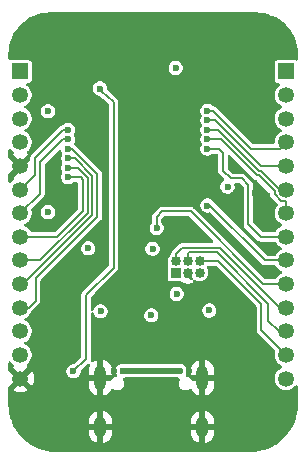
<source format=gbr>
%TF.GenerationSoftware,KiCad,Pcbnew,9.0.4*%
%TF.CreationDate,2025-12-08T21:07:13-08:00*%
%TF.ProjectId,ATmega32u4_Dev,41546d65-6761-4333-9275-345f4465762e,rev?*%
%TF.SameCoordinates,Original*%
%TF.FileFunction,Copper,L4,Bot*%
%TF.FilePolarity,Positive*%
%FSLAX46Y46*%
G04 Gerber Fmt 4.6, Leading zero omitted, Abs format (unit mm)*
G04 Created by KiCad (PCBNEW 9.0.4) date 2025-12-08 21:07:13*
%MOMM*%
%LPD*%
G01*
G04 APERTURE LIST*
%TA.AperFunction,ComponentPad*%
%ADD10R,1.350000X1.350000*%
%TD*%
%TA.AperFunction,ComponentPad*%
%ADD11C,1.350000*%
%TD*%
%TA.AperFunction,ComponentPad*%
%ADD12R,0.850000X0.850000*%
%TD*%
%TA.AperFunction,ComponentPad*%
%ADD13C,0.850000*%
%TD*%
%TA.AperFunction,ComponentPad*%
%ADD14O,1.000000X2.100000*%
%TD*%
%TA.AperFunction,ComponentPad*%
%ADD15O,1.000000X1.800000*%
%TD*%
%TA.AperFunction,ViaPad*%
%ADD16C,0.600000*%
%TD*%
%TA.AperFunction,Conductor*%
%ADD17C,0.500000*%
%TD*%
%TA.AperFunction,Conductor*%
%ADD18C,0.200000*%
%TD*%
G04 APERTURE END LIST*
D10*
%TO.P,J3,1,Pin_1*%
%TO.N,/PD7*%
X170250000Y-85450000D03*
D11*
%TO.P,J3,2,Pin_2*%
%TO.N,/PD6*%
X170250000Y-87450000D03*
%TO.P,J3,3,Pin_3*%
%TO.N,/PD4*%
X170250000Y-89450000D03*
%TO.P,J3,4,Pin_4*%
%TO.N,/PD5*%
X170250000Y-91450000D03*
%TO.P,J3,5,Pin_5*%
%TO.N,/PD3*%
X170250000Y-93450000D03*
%TO.P,J3,6,Pin_6*%
%TO.N,/PD2*%
X170250000Y-95450000D03*
%TO.P,J3,7,Pin_7*%
%TO.N,/PD1*%
X170250000Y-97450000D03*
%TO.P,J3,8,Pin_8*%
%TO.N,/PD0*%
X170250000Y-99450000D03*
%TO.P,J3,9,Pin_9*%
%TO.N,/PB7*%
X170250000Y-101450000D03*
%TO.P,J3,10,Pin_10*%
%TO.N,/PB0*%
X170250000Y-103450000D03*
%TO.P,J3,11,Pin_11*%
%TO.N,SCL*%
X170250000Y-105450000D03*
%TO.P,J3,12,Pin_12*%
%TO.N,MOSI*%
X170250000Y-107450000D03*
%TO.P,J3,13,Pin_13*%
%TO.N,MISO*%
X170250000Y-109450000D03*
%TO.P,J3,14,Pin_14*%
%TO.N,Reset*%
X170250000Y-111450000D03*
%TD*%
D12*
%TO.P,J2,1,Pin_1*%
%TO.N,MCU_5V*%
X160950000Y-102500000D03*
D13*
%TO.P,J2,2,Pin_2*%
%TO.N,SCL*%
X160950000Y-101500000D03*
%TO.P,J2,3,Pin_3*%
%TO.N,GND*%
X161950000Y-102500000D03*
%TO.P,J2,4,Pin_4*%
%TO.N,MOSI*%
X161950000Y-101500000D03*
%TO.P,J2,5,Pin_5*%
%TO.N,Reset*%
X162950000Y-102500000D03*
%TO.P,J2,6,Pin_6*%
%TO.N,MISO*%
X162950000Y-101500000D03*
%TD*%
D14*
%TO.P,J1,SH1,SHELL_GND*%
%TO.N,GND*%
X154530000Y-111370000D03*
%TO.P,J1,SH2,SHELL_GND*%
X163170000Y-111370000D03*
D15*
%TO.P,J1,SH3,SHELL_GND*%
X154530000Y-115550000D03*
%TO.P,J1,SH4,SHELL_GND*%
X163170000Y-115550000D03*
%TD*%
D10*
%TO.P,J4,1,Pin_1*%
%TO.N,/PB4*%
X147750000Y-85450000D03*
D11*
%TO.P,J4,2,Pin_2*%
%TO.N,/PB5*%
X147750000Y-87450000D03*
%TO.P,J4,3,Pin_3*%
%TO.N,/PB6*%
X147750000Y-89450000D03*
%TO.P,J4,4,Pin_4*%
%TO.N,/PC6*%
X147750000Y-91450000D03*
%TO.P,J4,5,Pin_5*%
%TO.N,GND*%
X147750000Y-93450000D03*
%TO.P,J4,6,Pin_6*%
%TO.N,/PF7*%
X147750000Y-95450000D03*
%TO.P,J4,7,Pin_7*%
%TO.N,/PF6*%
X147750000Y-97450000D03*
%TO.P,J4,8,Pin_8*%
%TO.N,/PF0*%
X147750000Y-99450000D03*
%TO.P,J4,9,Pin_9*%
%TO.N,/PF1*%
X147750000Y-101450000D03*
%TO.P,J4,10,Pin_10*%
%TO.N,/PF4*%
X147750000Y-103450000D03*
%TO.P,J4,11,Pin_11*%
%TO.N,/PF5*%
X147750000Y-105450000D03*
%TO.P,J4,12,Pin_12*%
%TO.N,/PE6*%
X147750000Y-107450000D03*
%TO.P,J4,13,Pin_13*%
%TO.N,MCU_5V*%
X147750000Y-109450000D03*
%TO.P,J4,14,Pin_14*%
%TO.N,GND*%
X147750000Y-111450000D03*
%TD*%
D16*
%TO.N,GND*%
X148450000Y-82050000D03*
X156900000Y-98700000D03*
X161850000Y-85150000D03*
X152680000Y-85150000D03*
X151800000Y-89600000D03*
X151800000Y-96000000D03*
X161950000Y-104300000D03*
X155000000Y-107550000D03*
X166250000Y-95200000D03*
X154225000Y-83700000D03*
X167450000Y-83100000D03*
X155650000Y-110795000D03*
X153500000Y-101380000D03*
X150100000Y-98310000D03*
X158850000Y-108650000D03*
X167675000Y-91050000D03*
X150400000Y-83100000D03*
X167200000Y-89500000D03*
X162725000Y-83375000D03*
X157750000Y-81325000D03*
X162750000Y-108662500D03*
X155950000Y-106940000D03*
X157950000Y-101430000D03*
X151650000Y-109400000D03*
X151200000Y-113837500D03*
X162050000Y-110795000D03*
X150100000Y-96200000D03*
X161700000Y-86900000D03*
X163600000Y-94400000D03*
X167650000Y-95750000D03*
X150100000Y-89780000D03*
X158950000Y-101430000D03*
X165925000Y-93350000D03*
X161200000Y-107040000D03*
X169575000Y-82075000D03*
X166325000Y-107975000D03*
%TO.N,MCU_5V*%
X158850000Y-106100000D03*
X150100000Y-88820000D03*
X158950000Y-100470000D03*
X160900000Y-85160000D03*
X153500000Y-100420000D03*
X160990000Y-104300000D03*
X150100000Y-97350000D03*
X163750000Y-105687500D03*
X165300000Y-95200000D03*
X154550000Y-105765000D03*
%TO.N,/VBUS*%
X156450000Y-110795000D03*
X161250000Y-110795000D03*
%TO.N,/PD2*%
X163600000Y-90400000D03*
%TO.N,/PB7*%
X163600000Y-96800000D03*
%TO.N,/PD0*%
X163600000Y-92000000D03*
%TO.N,/PB0*%
X159300000Y-98700000D03*
%TO.N,/PD3*%
X163600000Y-89600000D03*
%TO.N,/PC7*%
X154500000Y-86900000D03*
X152250000Y-110837500D03*
%TO.N,/PD1*%
X163600000Y-91200000D03*
%TO.N,/PF4*%
X151800000Y-92800000D03*
%TO.N,/PF5*%
X151800000Y-92000000D03*
%TO.N,/PD5*%
X163600000Y-88800000D03*
%TO.N,/PF7*%
X151800000Y-90400000D03*
%TO.N,/PF6*%
X151800000Y-91200000D03*
%TO.N,/PF1*%
X151800000Y-93600000D03*
%TO.N,/PF0*%
X151800000Y-94400000D03*
%TD*%
D17*
%TO.N,GND*%
X162150000Y-104300000D02*
X162000000Y-104150000D01*
X162040000Y-104190000D02*
X162000000Y-104150000D01*
%TO.N,/VBUS*%
X156450000Y-110795000D02*
X161250000Y-110795000D01*
D18*
%TO.N,SCL*%
X160950000Y-101500000D02*
X160950000Y-100898960D01*
X169750000Y-105450000D02*
X170250000Y-105450000D01*
X161475960Y-100373000D02*
X164673000Y-100373000D01*
X160950000Y-100898960D02*
X161475960Y-100373000D01*
X164673000Y-100373000D02*
X169750000Y-105450000D01*
%TO.N,MOSI*%
X168750000Y-106550000D02*
X169650000Y-107450000D01*
X164374000Y-100774000D02*
X168750000Y-105150000D01*
X169650000Y-107450000D02*
X170250000Y-107450000D01*
X161950000Y-100898960D02*
X162074960Y-100774000D01*
X168750000Y-105150000D02*
X168750000Y-106550000D01*
X162074960Y-100774000D02*
X164374000Y-100774000D01*
X161950000Y-101500000D02*
X161950000Y-100898960D01*
%TO.N,/PD2*%
X167933900Y-93851000D02*
X168101000Y-93851000D01*
X168101000Y-93851000D02*
X169700000Y-95450000D01*
X163600000Y-90400000D02*
X164482900Y-90400000D01*
X164482900Y-90400000D02*
X167933900Y-93851000D01*
X169700000Y-95450000D02*
X170250000Y-95450000D01*
%TO.N,/PB7*%
X168475000Y-101450000D02*
X170250000Y-101450000D01*
X163600000Y-96800000D02*
X163825000Y-96800000D01*
X163825000Y-96800000D02*
X168475000Y-101450000D01*
%TO.N,/PD0*%
X163600000Y-92000000D02*
X164550000Y-92000000D01*
X164900000Y-93850000D02*
X165550000Y-94500000D01*
X166525000Y-94500000D02*
X167050000Y-95025000D01*
X168150000Y-99450000D02*
X170250000Y-99450000D01*
X164900000Y-92350000D02*
X164900000Y-93850000D01*
X167050000Y-95025000D02*
X167050000Y-98350000D01*
X164550000Y-92000000D02*
X164900000Y-92350000D01*
X167050000Y-98350000D02*
X168150000Y-99450000D01*
X165550000Y-94500000D02*
X166525000Y-94500000D01*
%TO.N,/PB0*%
X159300000Y-98700000D02*
X159300000Y-97750000D01*
X159300000Y-97750000D02*
X159750000Y-97300000D01*
X168317100Y-103450000D02*
X170250000Y-103450000D01*
X162167100Y-97300000D02*
X168317100Y-103450000D01*
X159750000Y-97300000D02*
X162167100Y-97300000D01*
%TO.N,/PD3*%
X168100000Y-93450000D02*
X170250000Y-93450000D01*
X164250000Y-89600000D02*
X168100000Y-93450000D01*
X163600000Y-89600000D02*
X164250000Y-89600000D01*
%TO.N,/PC7*%
X153325000Y-109762500D02*
X153325000Y-104375000D01*
X154699000Y-87099000D02*
X154500000Y-86900000D01*
X153325000Y-104375000D02*
X155650000Y-102050000D01*
X152250000Y-110837500D02*
X153325000Y-109762500D01*
X155101000Y-87501000D02*
X155051057Y-87501000D01*
X154699000Y-87148943D02*
X154699000Y-87099000D01*
X155051057Y-87501000D02*
X154699000Y-87148943D01*
X155650000Y-88050000D02*
X155101000Y-87501000D01*
X155650000Y-102050000D02*
X155650000Y-88050000D01*
%TO.N,MISO*%
X162950000Y-101500000D02*
X164500000Y-101500000D01*
X164500000Y-101500000D02*
X168150000Y-105150000D01*
X168150000Y-105150000D02*
X168150000Y-107350000D01*
X168150000Y-107350000D02*
X170250000Y-109450000D01*
%TO.N,/PD1*%
X167767800Y-94252000D02*
X167934900Y-94252000D01*
X169274000Y-95591100D02*
X169274000Y-95854273D01*
X163600000Y-91200000D02*
X164715800Y-91200000D01*
X169845727Y-96426000D02*
X170250000Y-96426000D01*
X170250000Y-96426000D02*
X170250000Y-97450000D01*
X169274000Y-95854273D02*
X169845727Y-96426000D01*
X167934900Y-94252000D02*
X169274000Y-95591100D01*
X164715800Y-91200000D02*
X167767800Y-94252000D01*
%TO.N,/PF4*%
X148000000Y-103450000D02*
X147750000Y-103450000D01*
X153852000Y-97598000D02*
X148000000Y-103450000D01*
X152384200Y-92800000D02*
X153852000Y-94267800D01*
X153852000Y-94267800D02*
X153852000Y-97598000D01*
X151800000Y-92800000D02*
X152384200Y-92800000D01*
%TO.N,/PF5*%
X149050000Y-104850000D02*
X148450000Y-105450000D01*
X154253000Y-97764100D02*
X149050000Y-102967100D01*
X151800000Y-92000000D02*
X152151300Y-92000000D01*
X152151300Y-92000000D02*
X154253000Y-94101700D01*
X154253000Y-94101700D02*
X154253000Y-97764100D01*
X148450000Y-105450000D02*
X147750000Y-105450000D01*
X149050000Y-102967100D02*
X149050000Y-104850000D01*
%TO.N,/PD5*%
X164050000Y-88800000D02*
X167250000Y-92000000D01*
X163600000Y-88800000D02*
X164050000Y-88800000D01*
X167250000Y-92000000D02*
X169700000Y-92000000D01*
X169700000Y-92000000D02*
X170250000Y-91450000D01*
%TO.N,/PF7*%
X149000000Y-92771727D02*
X149000000Y-94200000D01*
X151800000Y-90400000D02*
X151371727Y-90400000D01*
X149000000Y-94200000D02*
X147750000Y-95450000D01*
X151371727Y-90400000D02*
X149000000Y-92771727D01*
%TO.N,/PF6*%
X151800000Y-91200000D02*
X151350000Y-91200000D01*
X151350000Y-91200000D02*
X149400000Y-93150000D01*
X149400000Y-93150000D02*
X149400000Y-95800000D01*
X149400000Y-95800000D02*
X147750000Y-97450000D01*
%TO.N,/PF1*%
X149417100Y-101450000D02*
X147750000Y-101450000D01*
X153451000Y-94433900D02*
X153451000Y-97416100D01*
X152617100Y-93600000D02*
X153451000Y-94433900D01*
X153451000Y-97416100D02*
X149417100Y-101450000D01*
X151800000Y-93600000D02*
X152617100Y-93600000D01*
%TO.N,/PF0*%
X153050000Y-94600000D02*
X153050000Y-97250000D01*
X150850000Y-99450000D02*
X147750000Y-99450000D01*
X151800000Y-94400000D02*
X152850000Y-94400000D01*
X152850000Y-94400000D02*
X153050000Y-94600000D01*
X153050000Y-97250000D02*
X150850000Y-99450000D01*
%TD*%
%TA.AperFunction,Conductor*%
%TO.N,GND*%
G36*
X167753032Y-80450648D02*
G01*
X168086929Y-80467052D01*
X168099037Y-80468245D01*
X168202146Y-80483539D01*
X168426699Y-80516849D01*
X168438617Y-80519219D01*
X168759951Y-80599709D01*
X168771588Y-80603240D01*
X168842806Y-80628722D01*
X169083467Y-80714832D01*
X169094688Y-80719479D01*
X169394163Y-80861120D01*
X169404871Y-80866844D01*
X169688988Y-81037137D01*
X169699106Y-81043897D01*
X169965170Y-81241224D01*
X169974576Y-81248944D01*
X170220013Y-81471395D01*
X170228604Y-81479986D01*
X170415755Y-81686475D01*
X170451055Y-81725423D01*
X170458775Y-81734829D01*
X170656102Y-82000893D01*
X170662862Y-82011011D01*
X170791776Y-82226092D01*
X170833148Y-82295116D01*
X170838885Y-82305848D01*
X170980514Y-82605297D01*
X170985170Y-82616540D01*
X171096759Y-82928411D01*
X171100292Y-82940055D01*
X171180777Y-83261369D01*
X171183151Y-83273305D01*
X171231754Y-83600962D01*
X171232947Y-83613071D01*
X171249351Y-83946966D01*
X171249500Y-83953051D01*
X171249500Y-84399490D01*
X171229815Y-84466529D01*
X171177011Y-84512284D01*
X171107853Y-84522228D01*
X171075414Y-84512925D01*
X171060211Y-84506212D01*
X170994991Y-84477415D01*
X170969865Y-84474500D01*
X169530143Y-84474500D01*
X169530117Y-84474502D01*
X169505012Y-84477413D01*
X169505008Y-84477415D01*
X169402235Y-84522793D01*
X169322794Y-84602234D01*
X169277415Y-84705006D01*
X169277415Y-84705008D01*
X169274500Y-84730131D01*
X169274500Y-86169856D01*
X169274502Y-86169882D01*
X169277413Y-86194987D01*
X169277415Y-86194991D01*
X169322793Y-86297764D01*
X169322794Y-86297765D01*
X169402235Y-86377206D01*
X169505009Y-86422585D01*
X169530135Y-86425500D01*
X169618647Y-86425499D01*
X169685683Y-86445183D01*
X169731439Y-86497986D01*
X169741383Y-86567145D01*
X169712359Y-86630701D01*
X169687537Y-86652600D01*
X169628158Y-86692277D01*
X169628151Y-86692282D01*
X169492282Y-86828151D01*
X169492279Y-86828155D01*
X169385521Y-86987929D01*
X169385520Y-86987931D01*
X169311989Y-87165452D01*
X169311986Y-87165464D01*
X169274500Y-87353917D01*
X169274500Y-87546082D01*
X169311986Y-87734535D01*
X169311989Y-87734547D01*
X169385520Y-87912068D01*
X169385521Y-87912070D01*
X169492279Y-88071844D01*
X169492282Y-88071848D01*
X169628151Y-88207717D01*
X169628155Y-88207720D01*
X169787927Y-88314477D01*
X169787928Y-88314477D01*
X169787929Y-88314478D01*
X169838533Y-88335439D01*
X169892936Y-88379280D01*
X169915001Y-88445574D01*
X169897722Y-88513274D01*
X169846584Y-88560884D01*
X169838533Y-88564561D01*
X169787929Y-88585521D01*
X169628155Y-88692279D01*
X169628151Y-88692282D01*
X169492282Y-88828151D01*
X169492279Y-88828155D01*
X169385521Y-88987929D01*
X169385520Y-88987931D01*
X169311989Y-89165452D01*
X169311986Y-89165464D01*
X169274500Y-89353917D01*
X169274500Y-89546082D01*
X169311986Y-89734535D01*
X169311989Y-89734547D01*
X169385520Y-89912068D01*
X169385521Y-89912070D01*
X169492279Y-90071844D01*
X169492282Y-90071848D01*
X169628151Y-90207717D01*
X169628155Y-90207720D01*
X169787927Y-90314477D01*
X169787928Y-90314477D01*
X169787929Y-90314478D01*
X169838533Y-90335439D01*
X169892936Y-90379280D01*
X169915001Y-90445574D01*
X169897722Y-90513274D01*
X169846584Y-90560884D01*
X169838533Y-90564561D01*
X169787929Y-90585521D01*
X169628155Y-90692279D01*
X169628151Y-90692282D01*
X169492282Y-90828151D01*
X169492279Y-90828155D01*
X169385521Y-90987929D01*
X169385520Y-90987931D01*
X169311989Y-91165452D01*
X169311986Y-91165464D01*
X169274500Y-91353917D01*
X169274500Y-91475500D01*
X169254815Y-91542539D01*
X169202011Y-91588294D01*
X169150500Y-91599500D01*
X167467255Y-91599500D01*
X167400216Y-91579815D01*
X167379574Y-91563181D01*
X164295915Y-88479522D01*
X164295913Y-88479520D01*
X164247004Y-88451282D01*
X164204589Y-88426793D01*
X164153657Y-88413146D01*
X164102727Y-88399500D01*
X164102726Y-88399500D01*
X164100098Y-88399500D01*
X164097962Y-88398872D01*
X164094667Y-88398439D01*
X164094734Y-88397925D01*
X164033059Y-88379815D01*
X164012417Y-88363181D01*
X163968717Y-88319481D01*
X163968709Y-88319475D01*
X163831790Y-88240426D01*
X163831786Y-88240424D01*
X163831784Y-88240423D01*
X163679057Y-88199500D01*
X163520943Y-88199500D01*
X163368216Y-88240423D01*
X163368209Y-88240426D01*
X163231290Y-88319475D01*
X163231282Y-88319481D01*
X163119481Y-88431282D01*
X163119475Y-88431290D01*
X163040426Y-88568209D01*
X163040423Y-88568216D01*
X162999500Y-88720943D01*
X162999500Y-88879057D01*
X163004859Y-88899055D01*
X163040423Y-89031783D01*
X163040423Y-89031784D01*
X163101746Y-89138001D01*
X163118217Y-89205902D01*
X163101746Y-89261999D01*
X163040423Y-89368215D01*
X163040423Y-89368216D01*
X162999500Y-89520943D01*
X162999500Y-89679057D01*
X163014369Y-89734547D01*
X163040423Y-89831783D01*
X163040423Y-89831784D01*
X163101746Y-89938001D01*
X163118217Y-90005902D01*
X163101746Y-90061999D01*
X163040423Y-90168215D01*
X163040423Y-90168216D01*
X162999500Y-90320943D01*
X162999500Y-90479057D01*
X163028028Y-90585523D01*
X163040423Y-90631783D01*
X163040423Y-90631784D01*
X163101746Y-90738001D01*
X163118217Y-90805902D01*
X163101746Y-90861999D01*
X163040423Y-90968215D01*
X163040423Y-90968216D01*
X162999500Y-91120943D01*
X162999500Y-91279056D01*
X163040423Y-91431783D01*
X163040423Y-91431784D01*
X163101746Y-91538001D01*
X163118217Y-91605902D01*
X163101746Y-91661999D01*
X163040423Y-91768215D01*
X163040423Y-91768216D01*
X162999500Y-91920943D01*
X162999500Y-92079057D01*
X163033975Y-92207717D01*
X163040423Y-92231783D01*
X163040426Y-92231790D01*
X163119475Y-92368709D01*
X163119479Y-92368714D01*
X163119480Y-92368716D01*
X163231284Y-92480520D01*
X163231286Y-92480521D01*
X163231290Y-92480524D01*
X163338026Y-92542147D01*
X163368216Y-92559577D01*
X163520943Y-92600500D01*
X163520945Y-92600500D01*
X163679055Y-92600500D01*
X163679057Y-92600500D01*
X163831784Y-92559577D01*
X163968716Y-92480520D01*
X164012417Y-92436819D01*
X164039344Y-92422115D01*
X164065163Y-92405523D01*
X164071363Y-92404631D01*
X164073740Y-92403334D01*
X164100098Y-92400500D01*
X164332744Y-92400500D01*
X164399783Y-92420185D01*
X164420424Y-92436818D01*
X164463180Y-92479573D01*
X164496666Y-92540895D01*
X164499500Y-92567255D01*
X164499500Y-93797273D01*
X164499500Y-93902727D01*
X164511392Y-93947111D01*
X164526793Y-94004589D01*
X164552942Y-94049879D01*
X164579520Y-94095913D01*
X164579522Y-94095915D01*
X164989331Y-94505724D01*
X165022816Y-94567047D01*
X165017832Y-94636739D01*
X164975960Y-94692672D01*
X164963652Y-94700791D01*
X164931287Y-94719477D01*
X164931282Y-94719481D01*
X164819481Y-94831282D01*
X164819475Y-94831290D01*
X164740426Y-94968209D01*
X164740423Y-94968216D01*
X164699500Y-95120943D01*
X164699500Y-95279056D01*
X164740423Y-95431783D01*
X164740426Y-95431790D01*
X164819475Y-95568709D01*
X164819479Y-95568714D01*
X164819480Y-95568716D01*
X164931284Y-95680520D01*
X164931286Y-95680521D01*
X164931290Y-95680524D01*
X165000833Y-95720674D01*
X165068216Y-95759577D01*
X165220943Y-95800500D01*
X165220945Y-95800500D01*
X165379055Y-95800500D01*
X165379057Y-95800500D01*
X165531784Y-95759577D01*
X165668716Y-95680520D01*
X165780520Y-95568716D01*
X165859577Y-95431784D01*
X165900500Y-95279057D01*
X165900500Y-95120943D01*
X165883257Y-95056591D01*
X165884920Y-94986744D01*
X165924082Y-94928881D01*
X165988311Y-94901377D01*
X166003032Y-94900500D01*
X166307745Y-94900500D01*
X166374784Y-94920185D01*
X166395426Y-94936819D01*
X166613181Y-95154574D01*
X166646666Y-95215897D01*
X166649500Y-95242255D01*
X166649500Y-98402726D01*
X166676793Y-98504589D01*
X166686107Y-98520720D01*
X166729520Y-98595913D01*
X167904087Y-99770480D01*
X167995412Y-99823207D01*
X168097273Y-99850500D01*
X168202727Y-99850500D01*
X169278288Y-99850500D01*
X169345327Y-99870185D01*
X169380388Y-99908176D01*
X169382138Y-99907008D01*
X169492279Y-100071844D01*
X169492282Y-100071848D01*
X169628151Y-100207717D01*
X169628155Y-100207720D01*
X169787927Y-100314477D01*
X169787928Y-100314477D01*
X169787929Y-100314478D01*
X169838533Y-100335439D01*
X169892936Y-100379280D01*
X169915001Y-100445574D01*
X169897722Y-100513274D01*
X169846584Y-100560884D01*
X169838533Y-100564561D01*
X169787929Y-100585521D01*
X169628155Y-100692279D01*
X169628151Y-100692282D01*
X169492282Y-100828151D01*
X169492279Y-100828155D01*
X169382138Y-100992992D01*
X169380105Y-100991634D01*
X169338671Y-101033805D01*
X169278288Y-101049500D01*
X168692255Y-101049500D01*
X168625216Y-101029815D01*
X168604574Y-101013181D01*
X164171077Y-96579684D01*
X164151372Y-96554004D01*
X164080520Y-96431284D01*
X163968716Y-96319480D01*
X163968714Y-96319479D01*
X163968709Y-96319475D01*
X163831790Y-96240426D01*
X163831786Y-96240424D01*
X163831784Y-96240423D01*
X163679057Y-96199500D01*
X163520943Y-96199500D01*
X163368216Y-96240423D01*
X163368209Y-96240426D01*
X163231290Y-96319475D01*
X163231282Y-96319481D01*
X163119481Y-96431282D01*
X163119475Y-96431290D01*
X163040426Y-96568209D01*
X163040423Y-96568216D01*
X162999500Y-96720943D01*
X162999500Y-96879057D01*
X163026420Y-96979522D01*
X163040423Y-97031783D01*
X163040426Y-97031790D01*
X163119475Y-97168709D01*
X163119479Y-97168714D01*
X163119480Y-97168716D01*
X163231284Y-97280520D01*
X163231286Y-97280521D01*
X163231290Y-97280524D01*
X163358416Y-97353919D01*
X163368216Y-97359577D01*
X163520943Y-97400500D01*
X163520945Y-97400500D01*
X163679053Y-97400500D01*
X163679057Y-97400500D01*
X163751909Y-97380979D01*
X163821754Y-97382642D01*
X163871680Y-97413073D01*
X168229087Y-101770480D01*
X168320412Y-101823207D01*
X168422273Y-101850500D01*
X168527727Y-101850500D01*
X169278288Y-101850500D01*
X169345327Y-101870185D01*
X169380388Y-101908176D01*
X169382138Y-101907008D01*
X169492279Y-102071844D01*
X169492282Y-102071848D01*
X169628151Y-102207717D01*
X169628155Y-102207720D01*
X169787927Y-102314477D01*
X169787928Y-102314477D01*
X169787929Y-102314478D01*
X169838533Y-102335439D01*
X169892936Y-102379280D01*
X169915001Y-102445574D01*
X169897722Y-102513274D01*
X169846584Y-102560884D01*
X169838533Y-102564561D01*
X169787929Y-102585521D01*
X169628155Y-102692279D01*
X169628151Y-102692282D01*
X169492282Y-102828151D01*
X169492279Y-102828155D01*
X169382138Y-102992992D01*
X169380105Y-102991634D01*
X169338671Y-103033805D01*
X169278288Y-103049500D01*
X168534355Y-103049500D01*
X168467316Y-103029815D01*
X168446674Y-103013181D01*
X162413015Y-96979522D01*
X162413013Y-96979520D01*
X162367350Y-96953156D01*
X162321689Y-96926793D01*
X162270757Y-96913146D01*
X162219827Y-96899500D01*
X159802727Y-96899500D01*
X159697273Y-96899500D01*
X159595410Y-96926793D01*
X159504087Y-96979520D01*
X159504084Y-96979522D01*
X158979522Y-97504084D01*
X158979520Y-97504087D01*
X158926792Y-97595412D01*
X158926792Y-97595413D01*
X158923014Y-97609511D01*
X158923015Y-97609512D01*
X158899500Y-97697273D01*
X158899500Y-98199902D01*
X158879815Y-98266941D01*
X158863181Y-98287583D01*
X158819481Y-98331282D01*
X158819475Y-98331290D01*
X158740426Y-98468209D01*
X158740423Y-98468216D01*
X158699500Y-98620943D01*
X158699500Y-98779057D01*
X158730306Y-98894024D01*
X158740423Y-98931783D01*
X158740426Y-98931790D01*
X158819475Y-99068709D01*
X158819479Y-99068714D01*
X158819480Y-99068716D01*
X158931284Y-99180520D01*
X158931286Y-99180521D01*
X158931290Y-99180524D01*
X159068209Y-99259573D01*
X159068216Y-99259577D01*
X159220943Y-99300500D01*
X159220945Y-99300500D01*
X159379055Y-99300500D01*
X159379057Y-99300500D01*
X159531784Y-99259577D01*
X159668716Y-99180520D01*
X159780520Y-99068716D01*
X159859577Y-98931784D01*
X159900500Y-98779057D01*
X159900500Y-98620943D01*
X159859577Y-98468216D01*
X159859573Y-98468209D01*
X159780524Y-98331290D01*
X159780518Y-98331282D01*
X159736819Y-98287583D01*
X159722115Y-98260655D01*
X159705523Y-98234837D01*
X159704631Y-98228636D01*
X159703334Y-98226260D01*
X159700500Y-98199902D01*
X159700500Y-97967255D01*
X159720185Y-97900216D01*
X159736819Y-97879574D01*
X159879574Y-97736819D01*
X159940897Y-97703334D01*
X159967255Y-97700500D01*
X161949845Y-97700500D01*
X162016884Y-97720185D01*
X162037526Y-97736819D01*
X164061526Y-99760819D01*
X164095011Y-99822142D01*
X164090027Y-99891834D01*
X164048155Y-99947767D01*
X163982691Y-99972184D01*
X163973845Y-99972500D01*
X161423233Y-99972500D01*
X161321370Y-99999793D01*
X161287239Y-100019500D01*
X161230047Y-100052520D01*
X161230044Y-100052522D01*
X160629522Y-100653044D01*
X160629520Y-100653047D01*
X160576793Y-100744372D01*
X160568206Y-100776420D01*
X160568206Y-100776421D01*
X160568205Y-100776420D01*
X160547397Y-100854082D01*
X160545570Y-100853592D01*
X160521517Y-100907960D01*
X160495741Y-100930975D01*
X160487522Y-100936467D01*
X160487515Y-100936472D01*
X160386470Y-101037517D01*
X160386467Y-101037521D01*
X160307074Y-101156340D01*
X160307069Y-101156349D01*
X160252381Y-101288379D01*
X160252379Y-101288385D01*
X160224500Y-101428542D01*
X160224500Y-101428545D01*
X160224500Y-101571455D01*
X160224500Y-101571457D01*
X160224499Y-101571457D01*
X160252379Y-101711614D01*
X160252382Y-101711624D01*
X160283558Y-101786890D01*
X160291027Y-101856359D01*
X160276653Y-101891379D01*
X160277435Y-101891725D01*
X160272794Y-101902234D01*
X160272794Y-101902235D01*
X160265891Y-101917868D01*
X160227415Y-102005006D01*
X160227415Y-102005008D01*
X160224500Y-102030131D01*
X160224500Y-102969856D01*
X160224502Y-102969882D01*
X160227413Y-102994987D01*
X160227415Y-102994991D01*
X160272793Y-103097764D01*
X160272794Y-103097765D01*
X160352235Y-103177206D01*
X160455009Y-103222585D01*
X160480135Y-103225500D01*
X161374488Y-103225499D01*
X161441527Y-103245183D01*
X161487282Y-103297987D01*
X161489031Y-103304478D01*
X161511849Y-103319725D01*
X161511855Y-103319728D01*
X161680182Y-103389451D01*
X161680194Y-103389454D01*
X161858890Y-103424999D01*
X161858894Y-103425000D01*
X162041106Y-103425000D01*
X162041109Y-103424999D01*
X162219805Y-103389454D01*
X162219813Y-103389452D01*
X162388151Y-103319724D01*
X162388154Y-103319723D01*
X162404947Y-103308500D01*
X162404948Y-103308500D01*
X162390663Y-103294215D01*
X162357178Y-103232892D01*
X162362162Y-103163200D01*
X162404034Y-103107267D01*
X162469498Y-103082850D01*
X162537771Y-103097702D01*
X162547235Y-103103432D01*
X162606340Y-103142925D01*
X162606346Y-103142928D01*
X162606347Y-103142929D01*
X162738380Y-103197619D01*
X162738384Y-103197619D01*
X162738385Y-103197620D01*
X162878542Y-103225500D01*
X162878545Y-103225500D01*
X163021457Y-103225500D01*
X163115751Y-103206742D01*
X163161620Y-103197619D01*
X163293653Y-103142929D01*
X163412479Y-103063532D01*
X163513532Y-102962479D01*
X163592929Y-102843653D01*
X163647619Y-102711620D01*
X163672702Y-102585521D01*
X163675500Y-102571457D01*
X163675500Y-102428542D01*
X163647620Y-102288385D01*
X163647619Y-102288384D01*
X163647619Y-102288380D01*
X163605318Y-102186258D01*
X163592930Y-102156349D01*
X163592925Y-102156340D01*
X163550864Y-102093391D01*
X163529986Y-102026713D01*
X163548471Y-101959333D01*
X163600450Y-101912643D01*
X163653966Y-101900500D01*
X164282745Y-101900500D01*
X164349784Y-101920185D01*
X164370426Y-101936819D01*
X167713181Y-105279573D01*
X167746666Y-105340896D01*
X167749500Y-105367254D01*
X167749500Y-107402726D01*
X167776793Y-107504589D01*
X167800747Y-107546078D01*
X167829520Y-107595913D01*
X167829522Y-107595915D01*
X169279700Y-109046093D01*
X169313185Y-109107416D01*
X169311116Y-109159073D01*
X169313176Y-109159483D01*
X169274500Y-109353917D01*
X169274500Y-109546082D01*
X169311986Y-109734535D01*
X169311989Y-109734547D01*
X169385520Y-109912068D01*
X169385521Y-109912070D01*
X169492279Y-110071844D01*
X169492282Y-110071848D01*
X169628151Y-110207717D01*
X169628155Y-110207720D01*
X169787927Y-110314477D01*
X169787928Y-110314477D01*
X169787929Y-110314478D01*
X169838533Y-110335439D01*
X169892936Y-110379280D01*
X169915001Y-110445574D01*
X169897722Y-110513274D01*
X169846584Y-110560884D01*
X169838533Y-110564561D01*
X169787929Y-110585521D01*
X169628155Y-110692279D01*
X169628151Y-110692282D01*
X169492282Y-110828151D01*
X169492279Y-110828155D01*
X169385521Y-110987929D01*
X169385520Y-110987931D01*
X169311989Y-111165452D01*
X169311986Y-111165464D01*
X169274500Y-111353917D01*
X169274500Y-111546082D01*
X169311986Y-111734535D01*
X169311989Y-111734547D01*
X169385520Y-111912068D01*
X169385521Y-111912070D01*
X169492279Y-112071844D01*
X169492282Y-112071848D01*
X169628151Y-112207717D01*
X169628155Y-112207720D01*
X169787927Y-112314477D01*
X169787928Y-112314477D01*
X169787929Y-112314478D01*
X169787931Y-112314479D01*
X169965452Y-112388010D01*
X169965457Y-112388012D01*
X170153917Y-112425499D01*
X170153920Y-112425500D01*
X170153922Y-112425500D01*
X170346080Y-112425500D01*
X170346081Y-112425499D01*
X170534543Y-112388012D01*
X170712073Y-112314477D01*
X170871845Y-112207720D01*
X171007720Y-112071845D01*
X171022397Y-112049878D01*
X171076009Y-112005073D01*
X171145334Y-111996366D01*
X171208362Y-112026520D01*
X171245082Y-112085963D01*
X171249500Y-112118769D01*
X171249500Y-113647128D01*
X171249368Y-113652855D01*
X171232703Y-114013303D01*
X171231646Y-114024707D01*
X171182192Y-114379231D01*
X171180087Y-114390490D01*
X171098135Y-114738931D01*
X171095001Y-114749947D01*
X170981243Y-115089355D01*
X170977105Y-115100035D01*
X170832523Y-115427482D01*
X170827418Y-115437735D01*
X170653234Y-115750452D01*
X170647205Y-115760190D01*
X170444906Y-116055512D01*
X170438003Y-116064652D01*
X170209328Y-116340035D01*
X170201612Y-116348499D01*
X169948499Y-116601612D01*
X169940035Y-116609328D01*
X169664652Y-116838003D01*
X169655512Y-116844906D01*
X169360190Y-117047205D01*
X169350452Y-117053234D01*
X169037735Y-117227418D01*
X169027482Y-117232523D01*
X168700035Y-117377105D01*
X168689355Y-117381243D01*
X168349947Y-117495001D01*
X168338931Y-117498135D01*
X167990490Y-117580087D01*
X167979231Y-117582192D01*
X167624707Y-117631646D01*
X167613303Y-117632703D01*
X167252855Y-117649368D01*
X167247128Y-117649500D01*
X150752872Y-117649500D01*
X150747145Y-117649368D01*
X150386696Y-117632703D01*
X150375292Y-117631646D01*
X150020768Y-117582192D01*
X150009509Y-117580087D01*
X149661068Y-117498135D01*
X149650052Y-117495001D01*
X149310644Y-117381243D01*
X149299964Y-117377105D01*
X148972517Y-117232523D01*
X148962264Y-117227418D01*
X148649547Y-117053234D01*
X148639809Y-117047205D01*
X148344487Y-116844906D01*
X148335347Y-116838003D01*
X148059964Y-116609328D01*
X148051500Y-116601612D01*
X147798387Y-116348499D01*
X147790671Y-116340035D01*
X147708999Y-116241681D01*
X147561994Y-116064649D01*
X147555093Y-116055512D01*
X147550286Y-116048495D01*
X147392884Y-115818714D01*
X147352794Y-115760189D01*
X147346765Y-115750452D01*
X147257283Y-115589803D01*
X147172579Y-115437731D01*
X147167476Y-115427482D01*
X147022889Y-115100022D01*
X147018763Y-115089376D01*
X147006070Y-115051504D01*
X153530000Y-115051504D01*
X153530000Y-115300000D01*
X154230000Y-115300000D01*
X154230000Y-115800000D01*
X153530000Y-115800000D01*
X153530000Y-116048495D01*
X153568427Y-116241681D01*
X153568430Y-116241693D01*
X153643807Y-116423671D01*
X153643814Y-116423684D01*
X153753248Y-116587462D01*
X153753251Y-116587466D01*
X153892533Y-116726748D01*
X153892537Y-116726751D01*
X154056315Y-116836185D01*
X154056328Y-116836192D01*
X154238308Y-116911569D01*
X154280000Y-116919862D01*
X154280000Y-116116988D01*
X154289940Y-116134205D01*
X154345795Y-116190060D01*
X154414204Y-116229556D01*
X154490504Y-116250000D01*
X154569496Y-116250000D01*
X154645796Y-116229556D01*
X154714205Y-116190060D01*
X154770060Y-116134205D01*
X154780000Y-116116988D01*
X154780000Y-116919862D01*
X154821690Y-116911569D01*
X154821692Y-116911569D01*
X155003671Y-116836192D01*
X155003684Y-116836185D01*
X155167462Y-116726751D01*
X155167466Y-116726748D01*
X155306748Y-116587466D01*
X155306751Y-116587462D01*
X155416185Y-116423684D01*
X155416192Y-116423671D01*
X155491569Y-116241693D01*
X155491572Y-116241681D01*
X155529999Y-116048495D01*
X155530000Y-116048492D01*
X155530000Y-115800000D01*
X154830000Y-115800000D01*
X154830000Y-115300000D01*
X155530000Y-115300000D01*
X155530000Y-115051508D01*
X155529999Y-115051504D01*
X162170000Y-115051504D01*
X162170000Y-115300000D01*
X162870000Y-115300000D01*
X162870000Y-115800000D01*
X162170000Y-115800000D01*
X162170000Y-116048495D01*
X162208427Y-116241681D01*
X162208430Y-116241693D01*
X162283807Y-116423671D01*
X162283814Y-116423684D01*
X162393248Y-116587462D01*
X162393251Y-116587466D01*
X162532533Y-116726748D01*
X162532537Y-116726751D01*
X162696315Y-116836185D01*
X162696328Y-116836192D01*
X162878308Y-116911569D01*
X162920000Y-116919862D01*
X162920000Y-116116988D01*
X162929940Y-116134205D01*
X162985795Y-116190060D01*
X163054204Y-116229556D01*
X163130504Y-116250000D01*
X163209496Y-116250000D01*
X163285796Y-116229556D01*
X163354205Y-116190060D01*
X163410060Y-116134205D01*
X163420000Y-116116988D01*
X163420000Y-116919862D01*
X163461690Y-116911569D01*
X163461692Y-116911569D01*
X163643671Y-116836192D01*
X163643684Y-116836185D01*
X163807462Y-116726751D01*
X163807466Y-116726748D01*
X163946748Y-116587466D01*
X163946751Y-116587462D01*
X164056185Y-116423684D01*
X164056192Y-116423671D01*
X164131569Y-116241693D01*
X164131572Y-116241681D01*
X164169999Y-116048495D01*
X164170000Y-116048492D01*
X164170000Y-115800000D01*
X163470000Y-115800000D01*
X163470000Y-115300000D01*
X164170000Y-115300000D01*
X164170000Y-115051508D01*
X164169999Y-115051504D01*
X164131572Y-114858318D01*
X164131569Y-114858306D01*
X164056192Y-114676328D01*
X164056185Y-114676315D01*
X163946751Y-114512537D01*
X163946748Y-114512533D01*
X163807466Y-114373251D01*
X163807462Y-114373248D01*
X163643684Y-114263814D01*
X163643671Y-114263807D01*
X163461691Y-114188429D01*
X163461683Y-114188427D01*
X163420000Y-114180135D01*
X163420000Y-114983011D01*
X163410060Y-114965795D01*
X163354205Y-114909940D01*
X163285796Y-114870444D01*
X163209496Y-114850000D01*
X163130504Y-114850000D01*
X163054204Y-114870444D01*
X162985795Y-114909940D01*
X162929940Y-114965795D01*
X162920000Y-114983011D01*
X162920000Y-114180136D01*
X162919999Y-114180135D01*
X162878316Y-114188427D01*
X162878308Y-114188429D01*
X162696328Y-114263807D01*
X162696315Y-114263814D01*
X162532537Y-114373248D01*
X162532533Y-114373251D01*
X162393251Y-114512533D01*
X162393248Y-114512537D01*
X162283814Y-114676315D01*
X162283807Y-114676328D01*
X162208430Y-114858306D01*
X162208427Y-114858318D01*
X162170000Y-115051504D01*
X155529999Y-115051504D01*
X155491572Y-114858318D01*
X155491569Y-114858306D01*
X155416192Y-114676328D01*
X155416185Y-114676315D01*
X155306751Y-114512537D01*
X155306748Y-114512533D01*
X155167466Y-114373251D01*
X155167462Y-114373248D01*
X155003684Y-114263814D01*
X155003671Y-114263807D01*
X154821691Y-114188429D01*
X154821683Y-114188427D01*
X154780000Y-114180135D01*
X154780000Y-114983011D01*
X154770060Y-114965795D01*
X154714205Y-114909940D01*
X154645796Y-114870444D01*
X154569496Y-114850000D01*
X154490504Y-114850000D01*
X154414204Y-114870444D01*
X154345795Y-114909940D01*
X154289940Y-114965795D01*
X154280000Y-114983011D01*
X154280000Y-114180136D01*
X154279999Y-114180135D01*
X154238316Y-114188427D01*
X154238308Y-114188429D01*
X154056328Y-114263807D01*
X154056315Y-114263814D01*
X153892537Y-114373248D01*
X153892533Y-114373251D01*
X153753251Y-114512533D01*
X153753248Y-114512537D01*
X153643814Y-114676315D01*
X153643807Y-114676328D01*
X153568430Y-114858306D01*
X153568427Y-114858318D01*
X153530000Y-115051504D01*
X147006070Y-115051504D01*
X146904994Y-114749934D01*
X146901867Y-114738944D01*
X146819910Y-114390482D01*
X146817807Y-114379231D01*
X146816972Y-114373248D01*
X146768352Y-114024700D01*
X146767296Y-114013303D01*
X146750632Y-113652855D01*
X146750500Y-113647128D01*
X146750500Y-112147309D01*
X146770185Y-112080270D01*
X146786819Y-112059628D01*
X147350000Y-111496447D01*
X147350000Y-111502661D01*
X147377259Y-111604394D01*
X147429920Y-111695606D01*
X147504394Y-111770080D01*
X147595606Y-111822741D01*
X147697339Y-111850000D01*
X147703553Y-111850000D01*
X147113568Y-112439983D01*
X147113568Y-112439984D01*
X147134165Y-112454949D01*
X147298956Y-112538915D01*
X147298959Y-112538916D01*
X147474852Y-112596066D01*
X147657527Y-112625000D01*
X147842473Y-112625000D01*
X148025147Y-112596066D01*
X148201040Y-112538916D01*
X148201043Y-112538915D01*
X148365836Y-112454947D01*
X148365845Y-112454942D01*
X148386430Y-112439984D01*
X148386431Y-112439983D01*
X147796448Y-111850000D01*
X147802661Y-111850000D01*
X147904394Y-111822741D01*
X147995606Y-111770080D01*
X148070080Y-111695606D01*
X148122741Y-111604394D01*
X148150000Y-111502661D01*
X148150000Y-111496448D01*
X148739983Y-112086431D01*
X148739984Y-112086430D01*
X148754942Y-112065845D01*
X148754947Y-112065836D01*
X148838915Y-111901043D01*
X148838916Y-111901040D01*
X148896066Y-111725147D01*
X148923928Y-111549240D01*
X148923928Y-111549238D01*
X148925000Y-111542470D01*
X148925000Y-111357526D01*
X148896066Y-111174852D01*
X148838916Y-110998959D01*
X148838915Y-110998956D01*
X148754948Y-110834163D01*
X148754946Y-110834159D01*
X148746986Y-110823204D01*
X148746985Y-110823203D01*
X148739985Y-110813568D01*
X148739983Y-110813568D01*
X148150000Y-111403551D01*
X148150000Y-111397339D01*
X148122741Y-111295606D01*
X148070080Y-111204394D01*
X147995606Y-111129920D01*
X147904394Y-111077259D01*
X147802661Y-111050000D01*
X147796447Y-111050000D01*
X148088004Y-110758443D01*
X151649500Y-110758443D01*
X151649500Y-110916557D01*
X151668624Y-110987927D01*
X151690423Y-111069283D01*
X151690426Y-111069290D01*
X151769475Y-111206209D01*
X151769479Y-111206214D01*
X151769480Y-111206216D01*
X151881284Y-111318020D01*
X151881286Y-111318021D01*
X151881290Y-111318024D01*
X152018209Y-111397073D01*
X152018216Y-111397077D01*
X152170943Y-111438000D01*
X152170945Y-111438000D01*
X152329055Y-111438000D01*
X152329057Y-111438000D01*
X152481784Y-111397077D01*
X152618716Y-111318020D01*
X152730520Y-111206216D01*
X152809577Y-111069284D01*
X152850500Y-110916557D01*
X152850500Y-110854753D01*
X152870185Y-110787714D01*
X152886815Y-110767076D01*
X153440768Y-110213122D01*
X153502089Y-110179639D01*
X153571780Y-110184623D01*
X153627714Y-110226494D01*
X153652131Y-110291959D01*
X153643008Y-110348257D01*
X153568430Y-110528306D01*
X153568427Y-110528318D01*
X153530000Y-110721504D01*
X153530000Y-111120000D01*
X154230000Y-111120000D01*
X154230000Y-111620000D01*
X153530000Y-111620000D01*
X153530000Y-112018495D01*
X153568427Y-112211681D01*
X153568430Y-112211693D01*
X153643807Y-112393671D01*
X153643814Y-112393684D01*
X153753248Y-112557462D01*
X153753251Y-112557466D01*
X153892533Y-112696748D01*
X153892537Y-112696751D01*
X154056315Y-112806185D01*
X154056328Y-112806192D01*
X154238308Y-112881569D01*
X154280000Y-112889862D01*
X154280000Y-112086988D01*
X154289940Y-112104205D01*
X154345795Y-112160060D01*
X154414204Y-112199556D01*
X154490504Y-112220000D01*
X154569496Y-112220000D01*
X154645796Y-112199556D01*
X154714205Y-112160060D01*
X154770060Y-112104205D01*
X154780000Y-112086988D01*
X154780000Y-112889862D01*
X154821690Y-112881569D01*
X154821692Y-112881569D01*
X155003671Y-112806192D01*
X155003684Y-112806185D01*
X155167462Y-112696751D01*
X155167466Y-112696748D01*
X155306748Y-112557466D01*
X155306751Y-112557462D01*
X155416185Y-112393684D01*
X155416186Y-112393682D01*
X155420129Y-112384163D01*
X155463968Y-112329757D01*
X155530261Y-112307689D01*
X155597961Y-112324965D01*
X155603400Y-112328647D01*
X155606634Y-112330514D01*
X155606635Y-112330515D01*
X155737865Y-112406281D01*
X155884234Y-112445500D01*
X155884236Y-112445500D01*
X156035764Y-112445500D01*
X156035766Y-112445500D01*
X156182135Y-112406281D01*
X156313365Y-112330515D01*
X156420515Y-112223365D01*
X156496281Y-112092135D01*
X156535500Y-111945766D01*
X156535500Y-111794234D01*
X156496281Y-111647865D01*
X156455288Y-111576864D01*
X156449470Y-111552884D01*
X156439635Y-111530257D01*
X156441378Y-111519529D01*
X156438816Y-111508966D01*
X156446887Y-111485645D01*
X156450846Y-111461293D01*
X156458112Y-111453211D01*
X156461668Y-111442939D01*
X156481063Y-111427685D01*
X156497562Y-111409337D01*
X156512702Y-111402804D01*
X156516589Y-111399748D01*
X156529930Y-111395267D01*
X156530087Y-111395223D01*
X156681784Y-111354577D01*
X156684707Y-111352888D01*
X156695617Y-111349902D01*
X156705333Y-111350080D01*
X156728363Y-111345500D01*
X160971637Y-111345500D01*
X161010179Y-111353165D01*
X161010365Y-111352473D01*
X161018214Y-111354576D01*
X161018216Y-111354577D01*
X161169418Y-111395091D01*
X161229077Y-111431455D01*
X161259606Y-111494302D01*
X161251311Y-111563677D01*
X161244710Y-111576865D01*
X161203720Y-111647861D01*
X161203720Y-111647862D01*
X161164500Y-111794234D01*
X161164500Y-111945765D01*
X161203719Y-112092136D01*
X161219096Y-112118769D01*
X161279485Y-112223365D01*
X161386635Y-112330515D01*
X161517865Y-112406281D01*
X161664234Y-112445500D01*
X161664236Y-112445500D01*
X161815764Y-112445500D01*
X161815766Y-112445500D01*
X161962135Y-112406281D01*
X162093365Y-112330515D01*
X162093366Y-112330513D01*
X162100403Y-112326451D01*
X162101676Y-112328656D01*
X162154956Y-112308043D01*
X162223405Y-112322063D01*
X162273407Y-112370864D01*
X162279867Y-112384157D01*
X162283809Y-112393674D01*
X162283814Y-112393684D01*
X162393248Y-112557462D01*
X162393251Y-112557466D01*
X162532533Y-112696748D01*
X162532537Y-112696751D01*
X162696315Y-112806185D01*
X162696328Y-112806192D01*
X162878308Y-112881569D01*
X162920000Y-112889862D01*
X162920000Y-112086988D01*
X162929940Y-112104205D01*
X162985795Y-112160060D01*
X163054204Y-112199556D01*
X163130504Y-112220000D01*
X163209496Y-112220000D01*
X163285796Y-112199556D01*
X163354205Y-112160060D01*
X163410060Y-112104205D01*
X163420000Y-112086988D01*
X163420000Y-112889862D01*
X163461690Y-112881569D01*
X163461692Y-112881569D01*
X163643671Y-112806192D01*
X163643684Y-112806185D01*
X163807462Y-112696751D01*
X163807466Y-112696748D01*
X163946748Y-112557466D01*
X163946751Y-112557462D01*
X164056185Y-112393684D01*
X164056192Y-112393671D01*
X164131569Y-112211693D01*
X164131572Y-112211681D01*
X164169999Y-112018495D01*
X164170000Y-112018492D01*
X164170000Y-111620000D01*
X163470000Y-111620000D01*
X163470000Y-111120000D01*
X164170000Y-111120000D01*
X164170000Y-110721508D01*
X164169999Y-110721504D01*
X164131572Y-110528318D01*
X164131569Y-110528306D01*
X164056192Y-110346328D01*
X164056185Y-110346315D01*
X163946751Y-110182537D01*
X163946748Y-110182533D01*
X163807466Y-110043251D01*
X163807462Y-110043248D01*
X163643684Y-109933814D01*
X163643671Y-109933807D01*
X163461691Y-109858429D01*
X163461683Y-109858427D01*
X163420000Y-109850135D01*
X163420000Y-110653011D01*
X163410060Y-110635795D01*
X163354205Y-110579940D01*
X163285796Y-110540444D01*
X163209496Y-110520000D01*
X163130504Y-110520000D01*
X163054204Y-110540444D01*
X162985795Y-110579940D01*
X162929940Y-110635795D01*
X162920000Y-110653011D01*
X162920000Y-109850136D01*
X162919999Y-109850135D01*
X162878316Y-109858427D01*
X162878308Y-109858429D01*
X162696328Y-109933807D01*
X162696315Y-109933814D01*
X162532537Y-110043248D01*
X162532533Y-110043251D01*
X162393251Y-110182533D01*
X162393248Y-110182537D01*
X162283814Y-110346315D01*
X162283807Y-110346328D01*
X162208430Y-110528306D01*
X162208427Y-110528318D01*
X162170000Y-110721504D01*
X162170000Y-111120000D01*
X162870000Y-111120000D01*
X162870000Y-111620000D01*
X162331784Y-111620000D01*
X162264745Y-111600315D01*
X162224397Y-111558000D01*
X162221443Y-111552884D01*
X162200515Y-111516635D01*
X162093365Y-111409485D01*
X162003370Y-111357526D01*
X161962136Y-111333719D01*
X161877482Y-111311036D01*
X161832641Y-111299021D01*
X161772981Y-111262657D01*
X161742452Y-111199810D01*
X161750747Y-111130435D01*
X161757343Y-111117255D01*
X161809577Y-111026784D01*
X161850500Y-110874057D01*
X161850500Y-110715943D01*
X161809577Y-110563216D01*
X161785042Y-110520720D01*
X161730524Y-110426290D01*
X161730518Y-110426282D01*
X161618717Y-110314481D01*
X161618709Y-110314475D01*
X161481790Y-110235426D01*
X161481786Y-110235424D01*
X161481784Y-110235423D01*
X161329057Y-110194500D01*
X161170943Y-110194500D01*
X161018216Y-110235423D01*
X161018214Y-110235423D01*
X161010365Y-110237527D01*
X161010179Y-110236834D01*
X160971637Y-110244500D01*
X156728363Y-110244500D01*
X156689820Y-110236834D01*
X156689635Y-110237527D01*
X156681785Y-110235423D01*
X156681784Y-110235423D01*
X156529057Y-110194500D01*
X156370943Y-110194500D01*
X156218216Y-110235423D01*
X156218209Y-110235426D01*
X156081290Y-110314475D01*
X156081282Y-110314481D01*
X155969481Y-110426282D01*
X155969475Y-110426290D01*
X155890426Y-110563209D01*
X155890423Y-110563216D01*
X155849500Y-110715943D01*
X155849500Y-110874057D01*
X155890423Y-111026784D01*
X155919564Y-111077259D01*
X155942652Y-111117248D01*
X155959124Y-111185148D01*
X155936271Y-111251175D01*
X155881349Y-111294365D01*
X155867360Y-111299021D01*
X155737865Y-111333719D01*
X155737863Y-111333719D01*
X155737863Y-111333720D01*
X155606635Y-111409485D01*
X155606632Y-111409487D01*
X155499487Y-111516632D01*
X155499485Y-111516635D01*
X155480661Y-111549240D01*
X155475603Y-111558000D01*
X155425036Y-111606216D01*
X155368216Y-111620000D01*
X154830000Y-111620000D01*
X154830000Y-111120000D01*
X155530000Y-111120000D01*
X155530000Y-110721508D01*
X155529999Y-110721504D01*
X155491572Y-110528318D01*
X155491569Y-110528306D01*
X155416192Y-110346328D01*
X155416185Y-110346315D01*
X155306751Y-110182537D01*
X155306748Y-110182533D01*
X155167466Y-110043251D01*
X155167462Y-110043248D01*
X155003684Y-109933814D01*
X155003671Y-109933807D01*
X154821691Y-109858429D01*
X154821683Y-109858427D01*
X154780000Y-109850135D01*
X154780000Y-110653011D01*
X154770060Y-110635795D01*
X154714205Y-110579940D01*
X154645796Y-110540444D01*
X154569496Y-110520000D01*
X154490504Y-110520000D01*
X154414204Y-110540444D01*
X154345795Y-110579940D01*
X154289940Y-110635795D01*
X154280000Y-110653011D01*
X154280000Y-109850136D01*
X154279999Y-109850135D01*
X154238316Y-109858427D01*
X154238308Y-109858429D01*
X154056328Y-109933807D01*
X154056315Y-109933814D01*
X153888586Y-110045888D01*
X153871672Y-110051184D01*
X153856951Y-110061057D01*
X153839020Y-110061407D01*
X153821908Y-110066766D01*
X153804816Y-110062077D01*
X153787094Y-110062424D01*
X153771819Y-110053024D01*
X153754528Y-110048281D01*
X153742683Y-110035095D01*
X153727588Y-110025806D01*
X153719821Y-110009643D01*
X153707838Y-109996303D01*
X153704979Y-109978757D01*
X153697326Y-109962831D01*
X153698509Y-109939046D01*
X153696635Y-109927543D01*
X153697854Y-109917697D01*
X153698207Y-109917087D01*
X153725501Y-109815227D01*
X153725501Y-109709773D01*
X153725500Y-109709769D01*
X153725500Y-105949950D01*
X153745185Y-105882911D01*
X153797989Y-105837156D01*
X153867147Y-105827212D01*
X153930703Y-105856237D01*
X153968477Y-105915015D01*
X153969266Y-105917826D01*
X153990311Y-105996366D01*
X153990423Y-105996783D01*
X153990426Y-105996790D01*
X154069475Y-106133709D01*
X154069479Y-106133714D01*
X154069480Y-106133716D01*
X154181284Y-106245520D01*
X154181286Y-106245521D01*
X154181290Y-106245524D01*
X154318209Y-106324573D01*
X154318216Y-106324577D01*
X154470943Y-106365500D01*
X154470945Y-106365500D01*
X154629055Y-106365500D01*
X154629057Y-106365500D01*
X154781784Y-106324577D01*
X154918716Y-106245520D01*
X155030520Y-106133716D01*
X155095629Y-106020943D01*
X158249500Y-106020943D01*
X158249500Y-106179057D01*
X158257180Y-106207717D01*
X158290423Y-106331783D01*
X158290426Y-106331790D01*
X158369475Y-106468709D01*
X158369479Y-106468714D01*
X158369480Y-106468716D01*
X158481284Y-106580520D01*
X158481286Y-106580521D01*
X158481290Y-106580524D01*
X158618209Y-106659573D01*
X158618216Y-106659577D01*
X158770943Y-106700500D01*
X158770945Y-106700500D01*
X158929055Y-106700500D01*
X158929057Y-106700500D01*
X159081784Y-106659577D01*
X159218716Y-106580520D01*
X159330520Y-106468716D01*
X159409577Y-106331784D01*
X159450500Y-106179057D01*
X159450500Y-106020943D01*
X159409577Y-105868216D01*
X159385904Y-105827212D01*
X159330524Y-105731290D01*
X159330518Y-105731282D01*
X159218717Y-105619481D01*
X159218709Y-105619475D01*
X159199601Y-105608443D01*
X163149500Y-105608443D01*
X163149500Y-105766557D01*
X163188493Y-105912079D01*
X163190423Y-105919283D01*
X163190426Y-105919290D01*
X163269475Y-106056209D01*
X163269479Y-106056214D01*
X163269480Y-106056216D01*
X163381284Y-106168020D01*
X163381286Y-106168021D01*
X163381290Y-106168024D01*
X163450047Y-106207720D01*
X163518216Y-106247077D01*
X163670943Y-106288000D01*
X163670945Y-106288000D01*
X163829055Y-106288000D01*
X163829057Y-106288000D01*
X163981784Y-106247077D01*
X164118716Y-106168020D01*
X164230520Y-106056216D01*
X164309577Y-105919284D01*
X164350500Y-105766557D01*
X164350500Y-105608443D01*
X164309577Y-105455716D01*
X164250807Y-105353922D01*
X164230524Y-105318790D01*
X164230518Y-105318782D01*
X164118717Y-105206981D01*
X164118709Y-105206975D01*
X163981790Y-105127926D01*
X163981786Y-105127924D01*
X163981784Y-105127923D01*
X163829057Y-105087000D01*
X163670943Y-105087000D01*
X163518216Y-105127923D01*
X163518209Y-105127926D01*
X163381290Y-105206975D01*
X163381282Y-105206981D01*
X163269481Y-105318782D01*
X163269475Y-105318790D01*
X163190426Y-105455709D01*
X163190423Y-105455716D01*
X163149500Y-105608443D01*
X159199601Y-105608443D01*
X159081790Y-105540426D01*
X159081786Y-105540424D01*
X159081784Y-105540423D01*
X158929057Y-105499500D01*
X158770943Y-105499500D01*
X158618216Y-105540423D01*
X158618209Y-105540426D01*
X158481290Y-105619475D01*
X158481282Y-105619481D01*
X158369481Y-105731282D01*
X158369475Y-105731290D01*
X158290426Y-105868209D01*
X158290423Y-105868216D01*
X158249500Y-106020943D01*
X155095629Y-106020943D01*
X155109577Y-105996784D01*
X155150500Y-105844057D01*
X155150500Y-105685943D01*
X155109577Y-105533216D01*
X155042419Y-105416893D01*
X155030524Y-105396290D01*
X155030518Y-105396282D01*
X154918717Y-105284481D01*
X154918709Y-105284475D01*
X154781790Y-105205426D01*
X154781786Y-105205424D01*
X154781784Y-105205423D01*
X154629057Y-105164500D01*
X154470943Y-105164500D01*
X154318216Y-105205423D01*
X154318209Y-105205426D01*
X154181290Y-105284475D01*
X154181282Y-105284481D01*
X154069481Y-105396282D01*
X154069475Y-105396290D01*
X153990426Y-105533209D01*
X153990423Y-105533214D01*
X153978136Y-105579071D01*
X153970266Y-105608445D01*
X153969275Y-105612143D01*
X153932910Y-105671803D01*
X153870063Y-105702332D01*
X153800687Y-105694037D01*
X153746809Y-105649552D01*
X153725535Y-105583000D01*
X153725500Y-105580049D01*
X153725500Y-104592253D01*
X153745185Y-104525214D01*
X153761814Y-104504577D01*
X154045448Y-104220943D01*
X160389500Y-104220943D01*
X160389500Y-104379057D01*
X160427459Y-104520720D01*
X160430423Y-104531783D01*
X160430426Y-104531790D01*
X160509475Y-104668709D01*
X160509479Y-104668714D01*
X160509480Y-104668716D01*
X160621284Y-104780520D01*
X160621286Y-104780521D01*
X160621290Y-104780524D01*
X160703784Y-104828151D01*
X160758216Y-104859577D01*
X160910943Y-104900500D01*
X160910945Y-104900500D01*
X161069055Y-104900500D01*
X161069057Y-104900500D01*
X161221784Y-104859577D01*
X161358716Y-104780520D01*
X161470520Y-104668716D01*
X161549577Y-104531784D01*
X161590500Y-104379057D01*
X161590500Y-104220943D01*
X161549577Y-104068216D01*
X161524659Y-104025056D01*
X161470524Y-103931290D01*
X161470518Y-103931282D01*
X161358717Y-103819481D01*
X161358709Y-103819475D01*
X161221790Y-103740426D01*
X161221786Y-103740424D01*
X161221784Y-103740423D01*
X161069057Y-103699500D01*
X160910943Y-103699500D01*
X160758216Y-103740423D01*
X160758209Y-103740426D01*
X160621290Y-103819475D01*
X160621282Y-103819481D01*
X160509481Y-103931282D01*
X160509475Y-103931290D01*
X160430426Y-104068209D01*
X160430423Y-104068216D01*
X160389500Y-104220943D01*
X154045448Y-104220943D01*
X155885703Y-102380687D01*
X155885708Y-102380684D01*
X155895911Y-102370480D01*
X155895913Y-102370480D01*
X155970480Y-102295913D01*
X156023207Y-102204587D01*
X156036133Y-102156347D01*
X156050501Y-102102727D01*
X156050501Y-101997273D01*
X156050500Y-101997269D01*
X156050500Y-100390943D01*
X158349500Y-100390943D01*
X158349500Y-100549057D01*
X158387877Y-100692280D01*
X158390423Y-100701783D01*
X158390426Y-100701790D01*
X158469475Y-100838709D01*
X158469479Y-100838714D01*
X158469480Y-100838716D01*
X158581284Y-100950520D01*
X158581286Y-100950521D01*
X158581290Y-100950524D01*
X158654848Y-100992992D01*
X158718216Y-101029577D01*
X158870943Y-101070500D01*
X158870945Y-101070500D01*
X159029055Y-101070500D01*
X159029057Y-101070500D01*
X159181784Y-101029577D01*
X159318716Y-100950520D01*
X159430520Y-100838716D01*
X159509577Y-100701784D01*
X159550500Y-100549057D01*
X159550500Y-100390943D01*
X159509577Y-100238216D01*
X159480706Y-100188209D01*
X159430524Y-100101290D01*
X159430518Y-100101282D01*
X159318717Y-99989481D01*
X159318709Y-99989475D01*
X159181790Y-99910426D01*
X159181786Y-99910424D01*
X159181784Y-99910423D01*
X159029057Y-99869500D01*
X158870943Y-99869500D01*
X158718216Y-99910423D01*
X158718209Y-99910426D01*
X158581290Y-99989475D01*
X158581282Y-99989481D01*
X158469481Y-100101282D01*
X158469475Y-100101290D01*
X158390426Y-100238209D01*
X158390423Y-100238216D01*
X158349500Y-100390943D01*
X156050500Y-100390943D01*
X156050500Y-87997273D01*
X156023207Y-87895413D01*
X156023207Y-87895412D01*
X155970480Y-87804087D01*
X155346913Y-87180520D01*
X155255588Y-87127793D01*
X155248771Y-87123857D01*
X155247031Y-87123479D01*
X155218777Y-87102328D01*
X155136819Y-87020370D01*
X155103334Y-86959047D01*
X155100500Y-86932689D01*
X155100500Y-86820945D01*
X155100500Y-86820943D01*
X155059577Y-86668216D01*
X155011835Y-86585523D01*
X154980524Y-86531290D01*
X154980518Y-86531282D01*
X154868717Y-86419481D01*
X154868709Y-86419475D01*
X154731790Y-86340426D01*
X154731786Y-86340424D01*
X154731784Y-86340423D01*
X154579057Y-86299500D01*
X154420943Y-86299500D01*
X154268216Y-86340423D01*
X154268209Y-86340426D01*
X154131290Y-86419475D01*
X154131282Y-86419481D01*
X154019481Y-86531282D01*
X154019475Y-86531290D01*
X153940426Y-86668209D01*
X153940423Y-86668216D01*
X153899500Y-86820943D01*
X153899500Y-86979057D01*
X153932531Y-87102328D01*
X153940423Y-87131783D01*
X153940426Y-87131790D01*
X154019475Y-87268709D01*
X154019479Y-87268714D01*
X154019480Y-87268716D01*
X154131284Y-87380520D01*
X154131286Y-87380521D01*
X154131290Y-87380524D01*
X154268209Y-87459573D01*
X154268216Y-87459577D01*
X154420943Y-87500500D01*
X154432802Y-87500500D01*
X154499841Y-87520185D01*
X154520483Y-87536819D01*
X154730575Y-87746911D01*
X154730577Y-87746913D01*
X154805144Y-87821480D01*
X154850807Y-87847843D01*
X154896469Y-87874207D01*
X154898288Y-87874694D01*
X154906645Y-87879421D01*
X154913422Y-87886403D01*
X154933278Y-87899671D01*
X155213181Y-88179574D01*
X155246666Y-88240897D01*
X155249500Y-88267255D01*
X155249500Y-101832745D01*
X155229815Y-101899784D01*
X155213181Y-101920426D01*
X153004522Y-104129084D01*
X153004520Y-104129087D01*
X152959123Y-104207717D01*
X152951793Y-104220412D01*
X152935814Y-104280046D01*
X152926589Y-104314476D01*
X152924500Y-104322270D01*
X152924500Y-109545245D01*
X152904815Y-109612284D01*
X152888181Y-109632926D01*
X152320426Y-110200681D01*
X152259103Y-110234166D01*
X152232745Y-110237000D01*
X152170943Y-110237000D01*
X152018216Y-110277923D01*
X152018209Y-110277926D01*
X151881290Y-110356975D01*
X151881282Y-110356981D01*
X151769481Y-110468782D01*
X151769475Y-110468790D01*
X151690426Y-110605709D01*
X151690423Y-110605716D01*
X151649500Y-110758443D01*
X148088004Y-110758443D01*
X148386431Y-110460016D01*
X148386430Y-110460015D01*
X148365834Y-110445050D01*
X148356232Y-110440158D01*
X148305435Y-110392184D01*
X148288639Y-110324364D01*
X148311175Y-110258228D01*
X148343633Y-110226570D01*
X148371845Y-110207720D01*
X148507720Y-110071845D01*
X148614477Y-109912073D01*
X148688012Y-109734543D01*
X148725500Y-109546078D01*
X148725500Y-109353922D01*
X148725500Y-109353919D01*
X148725499Y-109353917D01*
X148688013Y-109165464D01*
X148688012Y-109165457D01*
X148688010Y-109165452D01*
X148614479Y-108987931D01*
X148614478Y-108987929D01*
X148551732Y-108894024D01*
X148507720Y-108828155D01*
X148507717Y-108828151D01*
X148371848Y-108692282D01*
X148371844Y-108692279D01*
X148212070Y-108585521D01*
X148212068Y-108585520D01*
X148161467Y-108564561D01*
X148107063Y-108520720D01*
X148084998Y-108454426D01*
X148102277Y-108386727D01*
X148153414Y-108339116D01*
X148161467Y-108335439D01*
X148212068Y-108314479D01*
X148212067Y-108314479D01*
X148212073Y-108314477D01*
X148371845Y-108207720D01*
X148507720Y-108071845D01*
X148614477Y-107912073D01*
X148688012Y-107734543D01*
X148725500Y-107546078D01*
X148725500Y-107353922D01*
X148725500Y-107353919D01*
X148725499Y-107353917D01*
X148714232Y-107297273D01*
X148688012Y-107165457D01*
X148614477Y-106987927D01*
X148507720Y-106828155D01*
X148507717Y-106828151D01*
X148371848Y-106692282D01*
X148371844Y-106692279D01*
X148212070Y-106585521D01*
X148212068Y-106585520D01*
X148161467Y-106564561D01*
X148107063Y-106520720D01*
X148084998Y-106454426D01*
X148102277Y-106386727D01*
X148153414Y-106339116D01*
X148161467Y-106335439D01*
X148212068Y-106314479D01*
X148212067Y-106314479D01*
X148212073Y-106314477D01*
X148371845Y-106207720D01*
X148507720Y-106071845D01*
X148614477Y-105912073D01*
X148649856Y-105826657D01*
X148690279Y-105776494D01*
X148689462Y-105775430D01*
X148695906Y-105770483D01*
X148695913Y-105770480D01*
X149370480Y-105095913D01*
X149423207Y-105004588D01*
X149450500Y-104902727D01*
X149450500Y-104797273D01*
X149450500Y-103184355D01*
X149470185Y-103117316D01*
X149486819Y-103096674D01*
X152242550Y-100340943D01*
X152899500Y-100340943D01*
X152899500Y-100499057D01*
X152922669Y-100585523D01*
X152940423Y-100651783D01*
X152940426Y-100651790D01*
X153019475Y-100788709D01*
X153019479Y-100788714D01*
X153019480Y-100788716D01*
X153131284Y-100900520D01*
X153131286Y-100900521D01*
X153131290Y-100900524D01*
X153217887Y-100950520D01*
X153268216Y-100979577D01*
X153420943Y-101020500D01*
X153420945Y-101020500D01*
X153579055Y-101020500D01*
X153579057Y-101020500D01*
X153731784Y-100979577D01*
X153868716Y-100900520D01*
X153980520Y-100788716D01*
X154059577Y-100651784D01*
X154100500Y-100499057D01*
X154100500Y-100340943D01*
X154059577Y-100188216D01*
X154024286Y-100127089D01*
X153980524Y-100051290D01*
X153980518Y-100051282D01*
X153868717Y-99939481D01*
X153868709Y-99939475D01*
X153731790Y-99860426D01*
X153731786Y-99860424D01*
X153731784Y-99860423D01*
X153579057Y-99819500D01*
X153420943Y-99819500D01*
X153268216Y-99860423D01*
X153268209Y-99860426D01*
X153131290Y-99939475D01*
X153131282Y-99939481D01*
X153019481Y-100051282D01*
X153019475Y-100051290D01*
X152940426Y-100188209D01*
X152940423Y-100188216D01*
X152899500Y-100340943D01*
X152242550Y-100340943D01*
X152338358Y-100245135D01*
X153418036Y-99165457D01*
X154573480Y-98010013D01*
X154626207Y-97918688D01*
X154653500Y-97816827D01*
X154653500Y-97711373D01*
X154653500Y-94164429D01*
X154653501Y-94164416D01*
X154653501Y-94048974D01*
X154653501Y-94048973D01*
X154626207Y-93947113D01*
X154610253Y-93919480D01*
X154573480Y-93855787D01*
X154498913Y-93781220D01*
X154498910Y-93781218D01*
X152397213Y-91679520D01*
X152369099Y-91663288D01*
X152320884Y-91612722D01*
X152307661Y-91544115D01*
X152323713Y-91493902D01*
X152359577Y-91431784D01*
X152400500Y-91279057D01*
X152400500Y-91120943D01*
X152359577Y-90968216D01*
X152322484Y-90903968D01*
X152298254Y-90861999D01*
X152281781Y-90794099D01*
X152298254Y-90738001D01*
X152335853Y-90672873D01*
X152359577Y-90631784D01*
X152400500Y-90479057D01*
X152400500Y-90320943D01*
X152359577Y-90168216D01*
X152312089Y-90085963D01*
X152280524Y-90031290D01*
X152280518Y-90031282D01*
X152168717Y-89919481D01*
X152168709Y-89919475D01*
X152031790Y-89840426D01*
X152031786Y-89840424D01*
X152031784Y-89840423D01*
X151879057Y-89799500D01*
X151720943Y-89799500D01*
X151568216Y-89840423D01*
X151568209Y-89840426D01*
X151431290Y-89919475D01*
X151431282Y-89919481D01*
X151385918Y-89964845D01*
X151326780Y-89997135D01*
X151326850Y-89997397D01*
X151325773Y-89997685D01*
X151324595Y-89998329D01*
X151321089Y-89998940D01*
X151217140Y-90026793D01*
X151217137Y-90026794D01*
X151140962Y-90070774D01*
X151125817Y-90079517D01*
X151125812Y-90079521D01*
X148679522Y-92525811D01*
X148679520Y-92525814D01*
X148626793Y-92617137D01*
X148599500Y-92719000D01*
X148599500Y-92902691D01*
X148579815Y-92969730D01*
X148563181Y-92990372D01*
X148150000Y-93403553D01*
X148150000Y-93397339D01*
X148122741Y-93295606D01*
X148070080Y-93204394D01*
X147995606Y-93129920D01*
X147904394Y-93077259D01*
X147802661Y-93050000D01*
X147796447Y-93050000D01*
X148386431Y-92460016D01*
X148386430Y-92460015D01*
X148365834Y-92445050D01*
X148356232Y-92440158D01*
X148305435Y-92392184D01*
X148288639Y-92324364D01*
X148311175Y-92258228D01*
X148343633Y-92226570D01*
X148371845Y-92207720D01*
X148507720Y-92071845D01*
X148614477Y-91912073D01*
X148688012Y-91734543D01*
X148725500Y-91546078D01*
X148725500Y-91353922D01*
X148725500Y-91353919D01*
X148725499Y-91353917D01*
X148688013Y-91165464D01*
X148688012Y-91165457D01*
X148614477Y-90987927D01*
X148507720Y-90828155D01*
X148507717Y-90828151D01*
X148371848Y-90692282D01*
X148371844Y-90692279D01*
X148212070Y-90585521D01*
X148212068Y-90585520D01*
X148161467Y-90564561D01*
X148107063Y-90520720D01*
X148084998Y-90454426D01*
X148102277Y-90386727D01*
X148153414Y-90339116D01*
X148161467Y-90335439D01*
X148212068Y-90314479D01*
X148212067Y-90314479D01*
X148212073Y-90314477D01*
X148371845Y-90207720D01*
X148507720Y-90071845D01*
X148614477Y-89912073D01*
X148688012Y-89734543D01*
X148725500Y-89546078D01*
X148725500Y-89353922D01*
X148725500Y-89353919D01*
X148725499Y-89353917D01*
X148694883Y-89200000D01*
X148688012Y-89165457D01*
X148688010Y-89165452D01*
X148614479Y-88987931D01*
X148614478Y-88987929D01*
X148555095Y-88899057D01*
X148507720Y-88828155D01*
X148507717Y-88828151D01*
X148420509Y-88740943D01*
X149499500Y-88740943D01*
X149499500Y-88899056D01*
X149540423Y-89051783D01*
X149540426Y-89051790D01*
X149619475Y-89188709D01*
X149619479Y-89188714D01*
X149619480Y-89188716D01*
X149731284Y-89300520D01*
X149731286Y-89300521D01*
X149731290Y-89300524D01*
X149848536Y-89368215D01*
X149868216Y-89379577D01*
X150020943Y-89420500D01*
X150020945Y-89420500D01*
X150179055Y-89420500D01*
X150179057Y-89420500D01*
X150331784Y-89379577D01*
X150468716Y-89300520D01*
X150580520Y-89188716D01*
X150659577Y-89051784D01*
X150700500Y-88899057D01*
X150700500Y-88740943D01*
X150659577Y-88588216D01*
X150658021Y-88585521D01*
X150580524Y-88451290D01*
X150580518Y-88451282D01*
X150468717Y-88339481D01*
X150468709Y-88339475D01*
X150331790Y-88260426D01*
X150331786Y-88260424D01*
X150331784Y-88260423D01*
X150179057Y-88219500D01*
X150020943Y-88219500D01*
X149868216Y-88260423D01*
X149868209Y-88260426D01*
X149731290Y-88339475D01*
X149731282Y-88339481D01*
X149619481Y-88451282D01*
X149619475Y-88451290D01*
X149540426Y-88588209D01*
X149540423Y-88588216D01*
X149499500Y-88740943D01*
X148420509Y-88740943D01*
X148371848Y-88692282D01*
X148371844Y-88692279D01*
X148212070Y-88585521D01*
X148212068Y-88585520D01*
X148161467Y-88564561D01*
X148107063Y-88520720D01*
X148084998Y-88454426D01*
X148102277Y-88386727D01*
X148153414Y-88339116D01*
X148161467Y-88335439D01*
X148212068Y-88314479D01*
X148212067Y-88314479D01*
X148212073Y-88314477D01*
X148371845Y-88207720D01*
X148507720Y-88071845D01*
X148614477Y-87912073D01*
X148688012Y-87734543D01*
X148725500Y-87546078D01*
X148725500Y-87353922D01*
X148725500Y-87353919D01*
X148725499Y-87353917D01*
X148708550Y-87268709D01*
X148688012Y-87165457D01*
X148661863Y-87102328D01*
X148614479Y-86987931D01*
X148614478Y-86987929D01*
X148611181Y-86982995D01*
X148507720Y-86828155D01*
X148507717Y-86828151D01*
X148371847Y-86692281D01*
X148353211Y-86679829D01*
X148312460Y-86652600D01*
X148267656Y-86598990D01*
X148258949Y-86529665D01*
X148289103Y-86466637D01*
X148348546Y-86429917D01*
X148381351Y-86425499D01*
X148469864Y-86425499D01*
X148469879Y-86425497D01*
X148469882Y-86425497D01*
X148494987Y-86422586D01*
X148494988Y-86422585D01*
X148494991Y-86422585D01*
X148597765Y-86377206D01*
X148677206Y-86297765D01*
X148722585Y-86194991D01*
X148725500Y-86169865D01*
X148725499Y-85080943D01*
X160299500Y-85080943D01*
X160299500Y-85239056D01*
X160340423Y-85391783D01*
X160340426Y-85391790D01*
X160419475Y-85528709D01*
X160419479Y-85528714D01*
X160419480Y-85528716D01*
X160531284Y-85640520D01*
X160531286Y-85640521D01*
X160531290Y-85640524D01*
X160668209Y-85719573D01*
X160668216Y-85719577D01*
X160820943Y-85760500D01*
X160820945Y-85760500D01*
X160979055Y-85760500D01*
X160979057Y-85760500D01*
X161131784Y-85719577D01*
X161268716Y-85640520D01*
X161380520Y-85528716D01*
X161459577Y-85391784D01*
X161500500Y-85239057D01*
X161500500Y-85080943D01*
X161459577Y-84928216D01*
X161459573Y-84928209D01*
X161380524Y-84791290D01*
X161380518Y-84791282D01*
X161268717Y-84679481D01*
X161268709Y-84679475D01*
X161131790Y-84600426D01*
X161131786Y-84600424D01*
X161131784Y-84600423D01*
X160979057Y-84559500D01*
X160820943Y-84559500D01*
X160668216Y-84600423D01*
X160668209Y-84600426D01*
X160531290Y-84679475D01*
X160531282Y-84679481D01*
X160419481Y-84791282D01*
X160419475Y-84791290D01*
X160340426Y-84928209D01*
X160340423Y-84928216D01*
X160299500Y-85080943D01*
X148725499Y-85080943D01*
X148725499Y-84730136D01*
X148725497Y-84730117D01*
X148722586Y-84705012D01*
X148722585Y-84705010D01*
X148722585Y-84705009D01*
X148677206Y-84602235D01*
X148597765Y-84522794D01*
X148528413Y-84492172D01*
X148494992Y-84477415D01*
X148469865Y-84474500D01*
X147030143Y-84474500D01*
X147030117Y-84474502D01*
X147005012Y-84477413D01*
X147005011Y-84477414D01*
X146924585Y-84512925D01*
X146855307Y-84521996D01*
X146792122Y-84492172D01*
X146755092Y-84432922D01*
X146750500Y-84399490D01*
X146750500Y-83953051D01*
X146750649Y-83946967D01*
X146767052Y-83613072D01*
X146768245Y-83600962D01*
X146816849Y-83273296D01*
X146819218Y-83261385D01*
X146899710Y-82940043D01*
X146903240Y-82928411D01*
X147014835Y-82616525D01*
X147019476Y-82605318D01*
X147161124Y-82305828D01*
X147166840Y-82295136D01*
X147337145Y-82010998D01*
X147343888Y-82000905D01*
X147541232Y-81734818D01*
X147548935Y-81725433D01*
X147771405Y-81479975D01*
X147779975Y-81471405D01*
X148025433Y-81248935D01*
X148034818Y-81241232D01*
X148300905Y-81043888D01*
X148310998Y-81037145D01*
X148595136Y-80866840D01*
X148605828Y-80861124D01*
X148905318Y-80719476D01*
X148916525Y-80714835D01*
X149228412Y-80603239D01*
X149240043Y-80599710D01*
X149561385Y-80519218D01*
X149573296Y-80516849D01*
X149900962Y-80468244D01*
X149913068Y-80467052D01*
X150246967Y-80450648D01*
X150253051Y-80450500D01*
X150315892Y-80450500D01*
X167684108Y-80450500D01*
X167746949Y-80450500D01*
X167753032Y-80450648D01*
G37*
%TD.AperFunction*%
%TA.AperFunction,Conductor*%
G36*
X146955703Y-110025056D02*
G01*
X146977601Y-110049877D01*
X146979704Y-110053024D01*
X146992281Y-110071847D01*
X147128151Y-110207717D01*
X147128155Y-110207720D01*
X147156365Y-110226570D01*
X147201170Y-110280183D01*
X147209877Y-110349508D01*
X147179722Y-110412535D01*
X147143773Y-110440155D01*
X147134168Y-110445049D01*
X147113568Y-110460015D01*
X147703554Y-111050000D01*
X147697339Y-111050000D01*
X147595606Y-111077259D01*
X147504394Y-111129920D01*
X147429920Y-111204394D01*
X147377259Y-111295606D01*
X147350000Y-111397339D01*
X147350000Y-111403552D01*
X146786819Y-110840371D01*
X146753334Y-110779048D01*
X146750500Y-110752690D01*
X146750500Y-110118769D01*
X146770185Y-110051730D01*
X146822989Y-110005975D01*
X146892147Y-109996031D01*
X146955703Y-110025056D01*
G37*
%TD.AperFunction*%
%TA.AperFunction,Conductor*%
G36*
X162224184Y-102516016D02*
G01*
X162224500Y-102524861D01*
X162224500Y-102571455D01*
X162224500Y-102571457D01*
X162224499Y-102571457D01*
X162252379Y-102711614D01*
X162252381Y-102711620D01*
X162307069Y-102843650D01*
X162307074Y-102843659D01*
X162346567Y-102902764D01*
X162367445Y-102969442D01*
X162348960Y-103036822D01*
X162296981Y-103083512D01*
X162228011Y-103094688D01*
X162163948Y-103066802D01*
X162155784Y-103059336D01*
X161950001Y-102853553D01*
X161949999Y-102853553D01*
X161887179Y-102916372D01*
X161825856Y-102949856D01*
X161756164Y-102944871D01*
X161700231Y-102902999D01*
X161675815Y-102837535D01*
X161675499Y-102828713D01*
X161675499Y-102524859D01*
X161681737Y-102503615D01*
X161683317Y-102481527D01*
X161691389Y-102470743D01*
X161695184Y-102457822D01*
X161700000Y-102453648D01*
X161700000Y-102549728D01*
X161738060Y-102641614D01*
X161808386Y-102711940D01*
X161900272Y-102750000D01*
X161999728Y-102750000D01*
X162091614Y-102711940D01*
X162161940Y-102641614D01*
X162200000Y-102549728D01*
X162200000Y-102451176D01*
X162224184Y-102516016D01*
G37*
%TD.AperFunction*%
%TA.AperFunction,Conductor*%
G36*
X151105831Y-92071771D02*
G01*
X151137046Y-92072052D01*
X151140388Y-92074242D01*
X151144377Y-92074528D01*
X151169372Y-92093240D01*
X151195482Y-92110353D01*
X151198382Y-92114957D01*
X151200310Y-92116400D01*
X151203739Y-92123458D01*
X151214296Y-92140215D01*
X151218283Y-92149158D01*
X151240423Y-92231784D01*
X151304973Y-92343590D01*
X151307611Y-92349505D01*
X151311444Y-92377981D01*
X151318217Y-92405902D01*
X151316046Y-92412172D01*
X151316932Y-92418750D01*
X151301746Y-92461999D01*
X151240423Y-92568215D01*
X151240423Y-92568216D01*
X151199500Y-92720943D01*
X151199500Y-92879057D01*
X151239896Y-93029815D01*
X151240423Y-93031783D01*
X151240423Y-93031784D01*
X151301746Y-93138001D01*
X151318217Y-93205902D01*
X151301746Y-93261999D01*
X151240423Y-93368215D01*
X151240423Y-93368216D01*
X151199500Y-93520943D01*
X151199500Y-93679057D01*
X151226875Y-93781220D01*
X151240423Y-93831783D01*
X151240423Y-93831784D01*
X151301746Y-93938001D01*
X151318217Y-94005902D01*
X151301746Y-94061999D01*
X151240423Y-94168215D01*
X151240423Y-94168216D01*
X151199500Y-94320943D01*
X151199500Y-94479057D01*
X151239578Y-94628628D01*
X151240423Y-94631783D01*
X151240426Y-94631790D01*
X151319475Y-94768709D01*
X151319479Y-94768714D01*
X151319480Y-94768716D01*
X151431284Y-94880520D01*
X151431286Y-94880521D01*
X151431290Y-94880524D01*
X151543120Y-94945088D01*
X151568216Y-94959577D01*
X151720943Y-95000500D01*
X151720945Y-95000500D01*
X151879055Y-95000500D01*
X151879057Y-95000500D01*
X152031784Y-94959577D01*
X152168716Y-94880520D01*
X152212417Y-94836819D01*
X152239344Y-94822115D01*
X152265163Y-94805523D01*
X152271363Y-94804631D01*
X152273740Y-94803334D01*
X152300098Y-94800500D01*
X152525500Y-94800500D01*
X152592539Y-94820185D01*
X152638294Y-94872989D01*
X152649500Y-94924500D01*
X152649500Y-97032745D01*
X152629815Y-97099784D01*
X152613181Y-97120426D01*
X150720426Y-99013181D01*
X150659103Y-99046666D01*
X150632745Y-99049500D01*
X148721712Y-99049500D01*
X148654673Y-99029815D01*
X148619611Y-98991823D01*
X148617862Y-98992992D01*
X148507720Y-98828155D01*
X148507717Y-98828151D01*
X148371848Y-98692282D01*
X148371844Y-98692279D01*
X148212070Y-98585521D01*
X148212068Y-98585520D01*
X148161467Y-98564561D01*
X148107063Y-98520720D01*
X148084998Y-98454426D01*
X148102277Y-98386727D01*
X148153414Y-98339116D01*
X148161467Y-98335439D01*
X148212068Y-98314479D01*
X148212067Y-98314479D01*
X148212073Y-98314477D01*
X148371845Y-98207720D01*
X148507720Y-98071845D01*
X148614477Y-97912073D01*
X148688012Y-97734543D01*
X148725500Y-97546078D01*
X148725500Y-97353922D01*
X148725500Y-97353919D01*
X148712218Y-97287151D01*
X148708994Y-97270943D01*
X149499500Y-97270943D01*
X149499500Y-97429057D01*
X149519604Y-97504084D01*
X149540423Y-97581783D01*
X149540426Y-97581790D01*
X149619475Y-97718709D01*
X149619479Y-97718714D01*
X149619480Y-97718716D01*
X149731284Y-97830520D01*
X149731286Y-97830521D01*
X149731290Y-97830524D01*
X149852002Y-97900216D01*
X149868216Y-97909577D01*
X150020943Y-97950500D01*
X150020945Y-97950500D01*
X150179055Y-97950500D01*
X150179057Y-97950500D01*
X150331784Y-97909577D01*
X150468716Y-97830520D01*
X150580520Y-97718716D01*
X150659577Y-97581784D01*
X150700500Y-97429057D01*
X150700500Y-97270943D01*
X150659577Y-97118216D01*
X150659573Y-97118209D01*
X150580524Y-96981290D01*
X150580518Y-96981282D01*
X150468717Y-96869481D01*
X150468709Y-96869475D01*
X150331790Y-96790426D01*
X150331786Y-96790424D01*
X150331784Y-96790423D01*
X150179057Y-96749500D01*
X150020943Y-96749500D01*
X149868216Y-96790423D01*
X149868209Y-96790426D01*
X149731290Y-96869475D01*
X149731282Y-96869481D01*
X149619481Y-96981282D01*
X149619475Y-96981290D01*
X149540426Y-97118209D01*
X149540423Y-97118216D01*
X149499500Y-97270943D01*
X148708994Y-97270943D01*
X148688012Y-97165457D01*
X148687721Y-97164755D01*
X148686391Y-97158108D01*
X148688954Y-97129078D01*
X148688685Y-97099939D01*
X148692030Y-97094240D01*
X148692537Y-97088509D01*
X148704332Y-97073287D01*
X148720297Y-97046094D01*
X149720480Y-96045913D01*
X149741872Y-96008861D01*
X149773207Y-95954587D01*
X149800500Y-95852727D01*
X149800500Y-93367254D01*
X149820185Y-93300215D01*
X149836814Y-93279578D01*
X151013364Y-92103027D01*
X151040761Y-92088067D01*
X151067179Y-92071424D01*
X151071176Y-92071459D01*
X151074685Y-92069544D01*
X151105831Y-92071771D01*
G37*
%TD.AperFunction*%
%TA.AperFunction,Conductor*%
G36*
X165505703Y-92556741D02*
G01*
X165512181Y-92562773D01*
X167442979Y-94493571D01*
X167442989Y-94493582D01*
X167447319Y-94497912D01*
X167447320Y-94497913D01*
X167521887Y-94572480D01*
X167544478Y-94585523D01*
X167549611Y-94588486D01*
X167549613Y-94588488D01*
X167549614Y-94588488D01*
X167613212Y-94625207D01*
X167715073Y-94652500D01*
X167717645Y-94652500D01*
X167719734Y-94653113D01*
X167723133Y-94653561D01*
X167723063Y-94654090D01*
X167784684Y-94672185D01*
X167805326Y-94688819D01*
X168837181Y-95720674D01*
X168870666Y-95781997D01*
X168873500Y-95808355D01*
X168873500Y-95907000D01*
X168900793Y-96008861D01*
X168953520Y-96100186D01*
X168953522Y-96100188D01*
X169499203Y-96645869D01*
X169532688Y-96707192D01*
X169527704Y-96776884D01*
X169499207Y-96821227D01*
X169492282Y-96828151D01*
X169492277Y-96828158D01*
X169385521Y-96987929D01*
X169385520Y-96987931D01*
X169311989Y-97165452D01*
X169311986Y-97165464D01*
X169274500Y-97353917D01*
X169274500Y-97546082D01*
X169311986Y-97734535D01*
X169311989Y-97734547D01*
X169385520Y-97912068D01*
X169385521Y-97912070D01*
X169492279Y-98071844D01*
X169492282Y-98071848D01*
X169628151Y-98207717D01*
X169628155Y-98207720D01*
X169787927Y-98314477D01*
X169787928Y-98314477D01*
X169787929Y-98314478D01*
X169838533Y-98335439D01*
X169892936Y-98379280D01*
X169915001Y-98445574D01*
X169897722Y-98513274D01*
X169846584Y-98560884D01*
X169838533Y-98564561D01*
X169787929Y-98585521D01*
X169628155Y-98692279D01*
X169628151Y-98692282D01*
X169492282Y-98828151D01*
X169492279Y-98828155D01*
X169382138Y-98992992D01*
X169380105Y-98991634D01*
X169338671Y-99033805D01*
X169278288Y-99049500D01*
X168367255Y-99049500D01*
X168300216Y-99029815D01*
X168279574Y-99013181D01*
X167486819Y-98220426D01*
X167453334Y-98159103D01*
X167450500Y-98132745D01*
X167450500Y-94972275D01*
X167450500Y-94972273D01*
X167423207Y-94870413D01*
X167423207Y-94870412D01*
X167370480Y-94779087D01*
X166770913Y-94179520D01*
X166725250Y-94153156D01*
X166679589Y-94126793D01*
X166628657Y-94113146D01*
X166577727Y-94099500D01*
X166577726Y-94099500D01*
X165767255Y-94099500D01*
X165700216Y-94079815D01*
X165679574Y-94063181D01*
X165336819Y-93720426D01*
X165303334Y-93659103D01*
X165300500Y-93632745D01*
X165300500Y-92650454D01*
X165320185Y-92583415D01*
X165372989Y-92537660D01*
X165442147Y-92527716D01*
X165505703Y-92556741D01*
G37*
%TD.AperFunction*%
%TA.AperFunction,Conductor*%
G36*
X147350000Y-93502661D02*
G01*
X147377259Y-93604394D01*
X147429920Y-93695606D01*
X147504394Y-93770080D01*
X147595606Y-93822741D01*
X147697339Y-93850000D01*
X147703553Y-93850000D01*
X147113568Y-94439983D01*
X147113568Y-94439984D01*
X147134166Y-94454950D01*
X147134169Y-94454952D01*
X147143770Y-94459844D01*
X147194565Y-94507819D01*
X147211360Y-94575640D01*
X147188822Y-94641774D01*
X147156365Y-94673430D01*
X147128155Y-94692279D01*
X147128151Y-94692282D01*
X146992282Y-94828151D01*
X146992277Y-94828157D01*
X146977601Y-94850122D01*
X146923989Y-94894926D01*
X146854664Y-94903633D01*
X146791636Y-94873478D01*
X146754918Y-94814034D01*
X146750500Y-94781230D01*
X146750500Y-94147309D01*
X146770185Y-94080270D01*
X146786819Y-94059628D01*
X147350000Y-93496447D01*
X147350000Y-93502661D01*
G37*
%TD.AperFunction*%
%TA.AperFunction,Conductor*%
G36*
X146955703Y-92025056D02*
G01*
X146977601Y-92049877D01*
X146984722Y-92060534D01*
X146992281Y-92071847D01*
X147128151Y-92207717D01*
X147128155Y-92207720D01*
X147156365Y-92226570D01*
X147201170Y-92280183D01*
X147209877Y-92349508D01*
X147179722Y-92412535D01*
X147143773Y-92440155D01*
X147134168Y-92445049D01*
X147113568Y-92460015D01*
X147703554Y-93050000D01*
X147697339Y-93050000D01*
X147595606Y-93077259D01*
X147504394Y-93129920D01*
X147429920Y-93204394D01*
X147377259Y-93295606D01*
X147350000Y-93397339D01*
X147350000Y-93403552D01*
X146786819Y-92840371D01*
X146753334Y-92779048D01*
X146750500Y-92752690D01*
X146750500Y-92118769D01*
X146770185Y-92051730D01*
X146822989Y-92005975D01*
X146892147Y-91996031D01*
X146955703Y-92025056D01*
G37*
%TD.AperFunction*%
%TD*%
M02*

</source>
